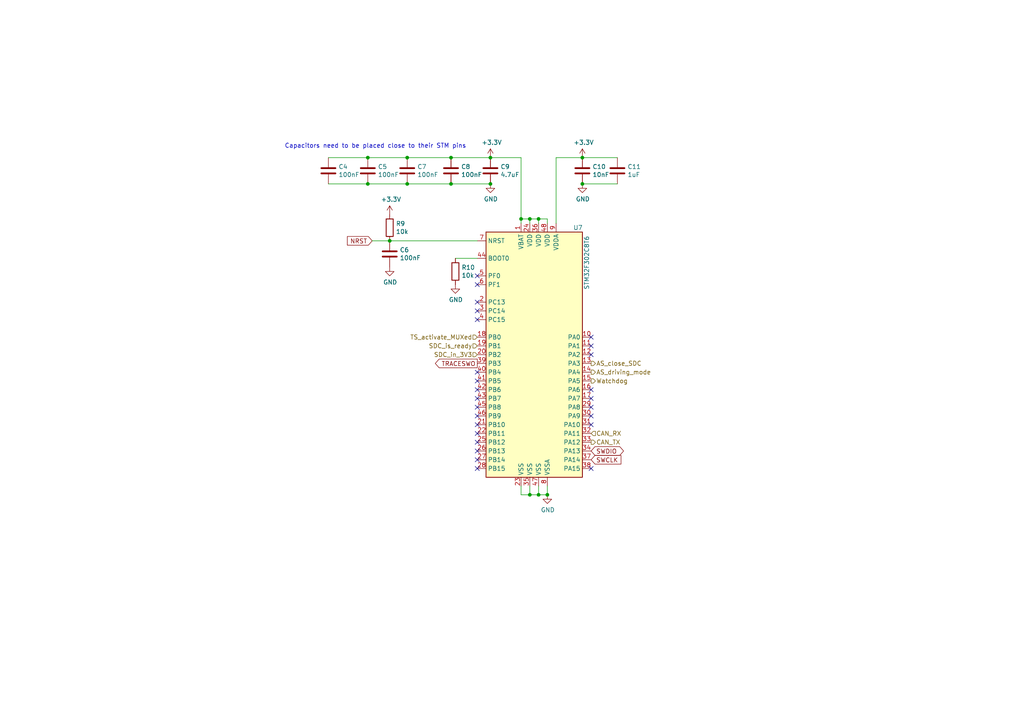
<source format=kicad_sch>
(kicad_sch (version 20211123) (generator eeschema)
  (paper "A4")
  (title_block (title "SDCL - CU") (date "2021-12-16") (rev "v1.0") (company "FaSTTUBe - Formula Student Team TU Berlin") (comment 1 "Car 113") (comment 2 "EBS Electronics") (comment 3 "CU for CAN Bus connection to supervisor"))
  (lib_symbols
    (symbol "Device:C" (pin_numbers hide) (pin_names (offset 0.254))
      (property "Reference" "C" (at 0.635 2.54 0))
      (property "Value" "C" (at 0.635 -2.54 0))
      (symbol "C_0_1"
        (polyline (pts (xy -2.032 -0.762) (xy 2.032 -0.762)) (stroke (width 0.508)))
        (polyline (pts (xy -2.032 0.762) (xy 2.032 0.762)) (stroke (width 0.508)))
      )
      (symbol "C_1_1"
        (pin passive line (at 0 3.81 270) (length 2.794) (name "~") (number "1"))
        (pin passive line (at 0 -3.81 90) (length 2.794) (name "~") (number "2"))
      )
    )
    (symbol "Device:R" (pin_numbers hide) (pin_names (offset 0))
      (property "Reference" "R" (at 2.032 0 90))
      (property "Value" "R" (at 0 0 90))
      (symbol "R_0_1"
        (rectangle (start -1.016 -2.54) (end 1.016 2.54) (stroke (width 0.254)))
      )
      (symbol "R_1_1"
        (pin passive line (at 0 3.81 270) (length 1.27) (name "~") (number "1"))
        (pin passive line (at 0 -3.81 90) (length 1.27) (name "~") (number "2"))
      )
    )
    (symbol "MCU_ST_STM32F3:STM32F302C8Tx"
      (property "Reference" "U" (at -15.24 36.83 0))
      (property "Value" "STM32F302C8Tx" (at 7.62 36.83 0))
      (symbol "STM32F302C8Tx_0_1"
        (rectangle (start -15.24 -35.56) (end 12.7 35.56) (stroke (width 0.254)) (fill (type background)))
      )
      (symbol "STM32F302C8Tx_1_1"
        (pin power_in line (at -5.08 38.1 270) (length 2.54) (name "VBAT") (number "1"))
        (pin bidirectional line (at 15.24 5.08 180) (length 2.54) (name "PA0") (number "10"))
        (pin bidirectional line (at 15.24 2.54 180) (length 2.54) (name "PA1") (number "11"))
        (pin bidirectional line (at 15.24 0 180) (length 2.54) (name "PA2") (number "12"))
        (pin bidirectional line (at 15.24 -2.54 180) (length 2.54) (name "PA3") (number "13"))
        (pin bidirectional line (at 15.24 -5.08 180) (length 2.54) (name "PA4") (number "14"))
        (pin bidirectional line (at 15.24 -7.62 180) (length 2.54) (name "PA5") (number "15"))
        (pin bidirectional line (at 15.24 -10.16 180) (length 2.54) (name "PA6") (number "16"))
        (pin bidirectional line (at 15.24 -12.7 180) (length 2.54) (name "PA7") (number "17"))
        (pin bidirectional line (at -17.78 5.08 0) (length 2.54) (name "PB0") (number "18"))
        (pin bidirectional line (at -17.78 2.54 0) (length 2.54) (name "PB1") (number "19"))
        (pin bidirectional line (at -17.78 15.24 0) (length 2.54) (name "PC13") (number "2"))
        (pin bidirectional line (at -17.78 0 0) (length 2.54) (name "PB2") (number "20"))
        (pin bidirectional line (at -17.78 -20.32 0) (length 2.54) (name "PB10") (number "21"))
        (pin bidirectional line (at -17.78 -22.86 0) (length 2.54) (name "PB11") (number "22"))
        (pin power_in line (at -5.08 -38.1 90) (length 2.54) (name "VSS") (number "23"))
        (pin power_in line (at -2.54 38.1 270) (length 2.54) (name "VDD") (number "24"))
        (pin bidirectional line (at -17.78 -25.4 0) (length 2.54) (name "PB12") (number "25"))
        (pin bidirectional line (at -17.78 -27.94 0) (length 2.54) (name "PB13") (number "26"))
        (pin bidirectional line (at -17.78 -30.48 0) (length 2.54) (name "PB14") (number "27"))
        (pin bidirectional line (at -17.78 -33.02 0) (length 2.54) (name "PB15") (number "28"))
        (pin bidirectional line (at 15.24 -15.24 180) (length 2.54) (name "PA8") (number "29"))
        (pin bidirectional line (at -17.78 12.7 0) (length 2.54) (name "PC14") (number "3"))
        (pin bidirectional line (at 15.24 -17.78 180) (length 2.54) (name "PA9") (number "30"))
        (pin bidirectional line (at 15.24 -20.32 180) (length 2.54) (name "PA10") (number "31"))
        (pin bidirectional line (at 15.24 -22.86 180) (length 2.54) (name "PA11") (number "32"))
        (pin bidirectional line (at 15.24 -25.4 180) (length 2.54) (name "PA12") (number "33"))
        (pin bidirectional line (at 15.24 -27.94 180) (length 2.54) (name "PA13") (number "34"))
        (pin power_in line (at -2.54 -38.1 90) (length 2.54) (name "VSS") (number "35"))
        (pin power_in line (at 0 38.1 270) (length 2.54) (name "VDD") (number "36"))
        (pin bidirectional line (at 15.24 -30.48 180) (length 2.54) (name "PA14") (number "37"))
        (pin bidirectional line (at 15.24 -33.02 180) (length 2.54) (name "PA15") (number "38"))
        (pin bidirectional line (at -17.78 -2.54 0) (length 2.54) (name "PB3") (number "39"))
        (pin bidirectional line (at -17.78 10.16 0) (length 2.54) (name "PC15") (number "4"))
        (pin bidirectional line (at -17.78 -5.08 0) (length 2.54) (name "PB4") (number "40"))
        (pin bidirectional line (at -17.78 -7.62 0) (length 2.54) (name "PB5") (number "41"))
        (pin bidirectional line (at -17.78 -10.16 0) (length 2.54) (name "PB6") (number "42"))
        (pin bidirectional line (at -17.78 -12.7 0) (length 2.54) (name "PB7") (number "43"))
        (pin input line (at -17.78 27.94 0) (length 2.54) (name "BOOT0") (number "44"))
        (pin bidirectional line (at -17.78 -15.24 0) (length 2.54) (name "PB8") (number "45"))
        (pin bidirectional line (at -17.78 -17.78 0) (length 2.54) (name "PB9") (number "46"))
        (pin power_in line (at 0 -38.1 90) (length 2.54) (name "VSS") (number "47"))
        (pin power_in line (at 2.54 38.1 270) (length 2.54) (name "VDD") (number "48"))
        (pin input line (at -17.78 22.86 0) (length 2.54) (name "PF0") (number "5"))
        (pin input line (at -17.78 20.32 0) (length 2.54) (name "PF1") (number "6"))
        (pin input line (at -17.78 33.02 0) (length 2.54) (name "NRST") (number "7"))
        (pin power_in line (at 2.54 -38.1 90) (length 2.54) (name "VSSA") (number "8"))
        (pin power_in line (at 5.08 38.1 270) (length 2.54) (name "VDDA") (number "9"))
      )
    )
    (symbol "power:+3.3V" (power) (pin_names (offset 0))
      (property "Value" "+3.3V" (at 0 3.556 0))
      (symbol "+3.3V_0_1"
        (polyline (pts (xy -0.762 1.27) (xy 0 2.54)))
        (polyline (pts (xy 0 0) (xy 0 2.54)))
        (polyline (pts (xy 0 2.54) (xy 0.762 1.27)))
      )
      (symbol "+3.3V_1_1"
        (pin power_in line (at 0 0 90) (length 0) hide (name "+3.3V") (number "1"))
      )
    )
    (symbol "power:GND" (power) (pin_names (offset 0))
      (property "Value" "GND" (at 0 -3.81 0))
      (symbol "GND_0_1"
        (polyline (pts (xy 0 0) (xy 0 -1.27) (xy 1.27 -1.27) (xy 0 -2.54) (xy -1.27 -1.27) (xy 0 -1.27)))
      )
      (symbol "GND_1_1"
        (pin power_in line (at 0 0 270) (length 0) hide (name "GND") (number "1"))
      )
    )
  )
  (junction (at 106.68 45.72))
  (junction (at 142.24 53.34))
  (junction (at 118.11 45.72))
  (junction (at 118.11 53.34))
  (junction (at 106.68 53.34))
  (junction (at 153.67 63.5))
  (junction (at 168.91 45.72))
  (junction (at 130.81 53.34))
  (junction (at 142.24 45.72))
  (junction (at 158.75 143.51))
  (junction (at 113.03 69.85))
  (junction (at 156.21 63.5))
  (junction (at 153.67 143.51))
  (junction (at 151.13 63.5))
  (junction (at 130.81 45.72))
  (junction (at 156.21 143.51))
  (junction (at 168.91 53.34))
  (no_connect (at 138.43 125.73))
  (no_connect (at 171.45 123.19))
  (no_connect (at 171.45 97.79))
  (no_connect (at 138.43 133.35))
  (no_connect (at 138.43 113.03))
  (no_connect (at 138.43 82.55))
  (no_connect (at 171.45 100.33))
  (no_connect (at 138.43 87.63))
  (no_connect (at 138.43 120.65))
  (no_connect (at 138.43 110.49))
  (no_connect (at 138.43 92.71))
  (no_connect (at 171.45 102.87))
  (no_connect (at 171.45 120.65))
  (no_connect (at 138.43 128.27))
  (no_connect (at 138.43 115.57))
  (no_connect (at 138.43 80.01))
  (no_connect (at 171.45 135.89))
  (no_connect (at 138.43 90.17))
  (no_connect (at 171.45 113.03))
  (no_connect (at 138.43 130.81))
  (no_connect (at 138.43 107.95))
  (no_connect (at 138.43 135.89))
  (no_connect (at 171.45 118.11))
  (no_connect (at 171.45 115.57))
  (no_connect (at 138.43 123.19))
  (no_connect (at 138.43 118.11))
  (wire (pts (xy 153.67 63.5) (xy 153.67 64.77)))
  (wire (pts (xy 158.75 63.5) (xy 156.21 63.5)))
  (wire (pts (xy 161.29 45.72) (xy 161.29 64.77)))
  (wire (pts (xy 153.67 140.97) (xy 153.67 143.51)))
  (wire (pts (xy 156.21 140.97) (xy 156.21 143.51)))
  (wire (pts (xy 158.75 64.77) (xy 158.75 63.5)))
  (wire (pts (xy 158.75 143.51) (xy 156.21 143.51)))
  (wire (pts (xy 130.81 53.34) (xy 142.24 53.34)))
  (wire (pts (xy 168.91 53.34) (xy 179.07 53.34)))
  (wire (pts (xy 142.24 45.72) (xy 151.13 45.72)))
  (wire (pts (xy 107.95 69.85) (xy 113.03 69.85)))
  (wire (pts (xy 156.21 63.5) (xy 153.67 63.5)))
  (wire (pts (xy 161.29 45.72) (xy 168.91 45.72)))
  (wire (pts (xy 113.03 69.85) (xy 138.43 69.85)))
  (wire (pts (xy 158.75 140.97) (xy 158.75 143.51)))
  (wire (pts (xy 168.91 45.72) (xy 179.07 45.72)))
  (wire (pts (xy 156.21 143.51) (xy 153.67 143.51)))
  (wire (pts (xy 132.08 74.93) (xy 138.43 74.93)))
  (wire (pts (xy 95.25 53.34) (xy 106.68 53.34)))
  (wire (pts (xy 151.13 140.97) (xy 151.13 143.51)))
  (wire (pts (xy 106.68 45.72) (xy 118.11 45.72)))
  (wire (pts (xy 151.13 143.51) (xy 153.67 143.51)))
  (wire (pts (xy 106.68 53.34) (xy 118.11 53.34)))
  (wire (pts (xy 106.68 45.72) (xy 95.25 45.72)))
  (wire (pts (xy 151.13 63.5) (xy 151.13 64.77)))
  (wire (pts (xy 151.13 45.72) (xy 151.13 63.5)))
  (wire (pts (xy 118.11 53.34) (xy 130.81 53.34)))
  (wire (pts (xy 156.21 64.77) (xy 156.21 63.5)))
  (wire (pts (xy 153.67 63.5) (xy 151.13 63.5)))
  (wire (pts (xy 118.11 45.72) (xy 130.81 45.72)))
  (wire (pts (xy 130.81 45.72) (xy 142.24 45.72)))
  (text "Capacitors need to be placed close to their STM pins" (at 82.55 43.18 0) (effects (font (size 1.27 1.27)) (justify left bottom)))
  (global_label "SWDIO" (shape bidirectional) (at 171.45 130.81 0) (property "Intersheet References" "${INTERSHEET_REFS}" (effects hide)))
  (global_label "NRST" (shape input) (at 107.95 69.85 180) (property "Intersheet References" "${INTERSHEET_REFS}" (effects hide)))
  (global_label "TRACESWO" (shape output) (at 138.43 105.41 180) (property "Intersheet References" "${INTERSHEET_REFS}" (effects hide)))
  (global_label "SWCLK" (shape input) (at 171.45 133.35 0) (property "Intersheet References" "${INTERSHEET_REFS}" (effects hide)))
  (hierarchical_label "SDC_is_ready" (shape input) (at 138.43 100.33 180))
  (hierarchical_label "CAN_RX" (shape input) (at 171.45 125.73 0))
  (hierarchical_label "CAN_TX" (shape output) (at 171.45 128.27 0))
  (hierarchical_label "Watchdog" (shape output) (at 171.45 110.49 0))
  (hierarchical_label "AS_close_SDC" (shape output) (at 171.45 105.41 0))
  (hierarchical_label "AS_driving_mode" (shape output) (at 171.45 107.95 0))
  (hierarchical_label "TS_activate_MUXed" (shape input) (at 138.43 97.79 180))
  (hierarchical_label "SDC_in_3V3" (shape input) (at 138.43 102.87 180))
  (symbol (lib_id "Device:C") (at 130.81 49.53 0) (unit 1)
    (property "Reference" "C8" (at 133.731 48.3616 0) (effects (justify left)))
    (property "Value" "100nF" (at 133.731 50.673 0) (effects (justify left)))
    (property "Footprint" "Capacitor_SMD:C_0603_1608Metric_Pad1.05x0.95mm_HandSolder" (effects hide))
  )
  (symbol (lib_id "Device:C") (at 142.24 49.53 0) (unit 1)
    (property "Reference" "C9" (at 145.161 48.3616 0) (effects (justify left)))
    (property "Value" "4.7uF" (at 145.161 50.673 0) (effects (justify left)))
    (property "Footprint" "Capacitor_SMD:C_0603_1608Metric_Pad1.05x0.95mm_HandSolder" (effects hide))
  )
  (symbol (lib_id "Device:C") (at 118.11 49.53 0) (unit 1)
    (property "Reference" "C7" (at 121.031 48.3616 0) (effects (justify left)))
    (property "Value" "100nF" (at 121.031 50.673 0) (effects (justify left)))
    (property "Footprint" "Capacitor_SMD:C_0603_1608Metric_Pad1.05x0.95mm_HandSolder" (effects hide))
  )
  (symbol (lib_id "Device:C") (at 106.68 49.53 0) (unit 1)
    (property "Reference" "C5" (at 109.601 48.3616 0) (effects (justify left)))
    (property "Value" "100nF" (at 109.601 50.673 0) (effects (justify left)))
    (property "Footprint" "Capacitor_SMD:C_0603_1608Metric_Pad1.05x0.95mm_HandSolder" (effects hide))
  )
  (symbol (lib_id "Device:C") (at 95.25 49.53 0) (unit 1)
    (property "Reference" "C4" (at 98.171 48.3616 0) (effects (justify left)))
    (property "Value" "100nF" (at 98.171 50.673 0) (effects (justify left)))
    (property "Footprint" "Capacitor_SMD:C_0603_1608Metric_Pad1.05x0.95mm_HandSolder" (effects hide))
  )
  (symbol (lib_id "power:GND") (at 142.24 53.34 0) (unit 1)
    (property "Reference" "#PWR0133" (effects hide))
    (property "Value" "GND" (at 142.367 57.7342 0))
  )
  (symbol (lib_id "power:GND") (at 158.75 143.51 0) (unit 1)
    (property "Reference" "#PWR0140" (effects hide))
    (property "Value" "GND" (at 158.877 147.9042 0))
  )
  (symbol (lib_id "Device:C") (at 168.91 49.53 0) (unit 1)
    (property "Reference" "C10" (at 171.831 48.3616 0) (effects (justify left)))
    (property "Value" "10nF" (at 171.831 50.673 0) (effects (justify left)))
    (property "Footprint" "Capacitor_SMD:C_0603_1608Metric_Pad1.05x0.95mm_HandSolder" (effects hide))
  )
  (symbol (lib_id "Device:C") (at 179.07 49.53 0) (unit 1)
    (property "Reference" "C11" (at 181.991 48.3616 0) (effects (justify left)))
    (property "Value" "1uF" (at 181.991 50.673 0) (effects (justify left)))
    (property "Footprint" "Capacitor_SMD:C_0603_1608Metric_Pad1.05x0.95mm_HandSolder" (effects hide))
  )
  (symbol (lib_id "power:GND") (at 168.91 53.34 0) (unit 1)
    (property "Reference" "#PWR0134" (effects hide))
    (property "Value" "GND" (at 169.037 57.7342 0))
  )
  (symbol (lib_id "Device:R") (at 132.08 78.74 0) (unit 1)
    (property "Reference" "R10" (at 133.858 77.5716 0) (effects (justify left)))
    (property "Value" "10k" (at 133.858 79.883 0) (effects (justify left)))
    (property "Footprint" "Resistor_SMD:R_0603_1608Metric_Pad1.05x0.95mm_HandSolder" (effects hide))
  )
  (symbol (lib_id "MCU_ST_STM32F3:STM32F302C8Tx") (at 156.21 102.87 0) (unit 1)
    (property "Reference" "U7" (at 167.64 66.04 0))
    (property "Value" "STM32F302C8T6" (at 170.18 76.2 90))
    (property "Footprint" "Package_QFP:LQFP-48_7x7mm_P0.5mm" (effects hide))
    (property "Datasheet" "http://www.st.com/st-web-ui/static/active/en/resource/technical/document/datasheet/DM00093333.pdf" (effects hide))
  )
  (symbol (lib_id "power:GND") (at 132.08 82.55 0) (unit 1)
    (property "Reference" "#PWR0136" (effects hide))
    (property "Value" "GND" (at 132.207 86.9442 0))
  )
  (symbol (lib_id "Device:R") (at 113.03 66.04 0) (unit 1)
    (property "Reference" "R9" (at 114.808 64.8716 0) (effects (justify left)))
    (property "Value" "10k" (at 114.808 67.183 0) (effects (justify left)))
    (property "Footprint" "Resistor_SMD:R_0603_1608Metric_Pad1.05x0.95mm_HandSolder" (effects hide))
  )
  (symbol (lib_id "Device:C") (at 113.03 73.66 0) (unit 1)
    (property "Reference" "C6" (at 115.951 72.4916 0) (effects (justify left)))
    (property "Value" "100nF" (at 115.951 74.803 0) (effects (justify left)))
    (property "Footprint" "Capacitor_SMD:C_0603_1608Metric_Pad1.05x0.95mm_HandSolder" (effects hide))
  )
  (symbol (lib_id "power:GND") (at 113.03 77.47 0) (unit 1)
    (property "Reference" "#PWR0135" (effects hide))
    (property "Value" "GND" (at 113.157 81.8642 0))
  )
  (symbol (lib_id "power:+3.3V") (at 142.24 45.72 0) (unit 1)
    (property "Reference" "#PWR0137" (effects hide))
    (property "Value" "+3.3V" (at 142.621 41.3258 0))
  )
  (symbol (lib_id "power:+3.3V") (at 168.91 45.72 0) (unit 1)
    (property "Reference" "#PWR0138" (effects hide))
    (property "Value" "+3.3V" (at 169.291 41.3258 0))
  )
  (symbol (lib_id "power:+3.3V") (at 113.03 62.23 0) (unit 1)
    (property "Reference" "#PWR0139" (effects hide))
    (property "Value" "+3.3V" (at 113.411 57.8358 0))
  )
)
</source>
